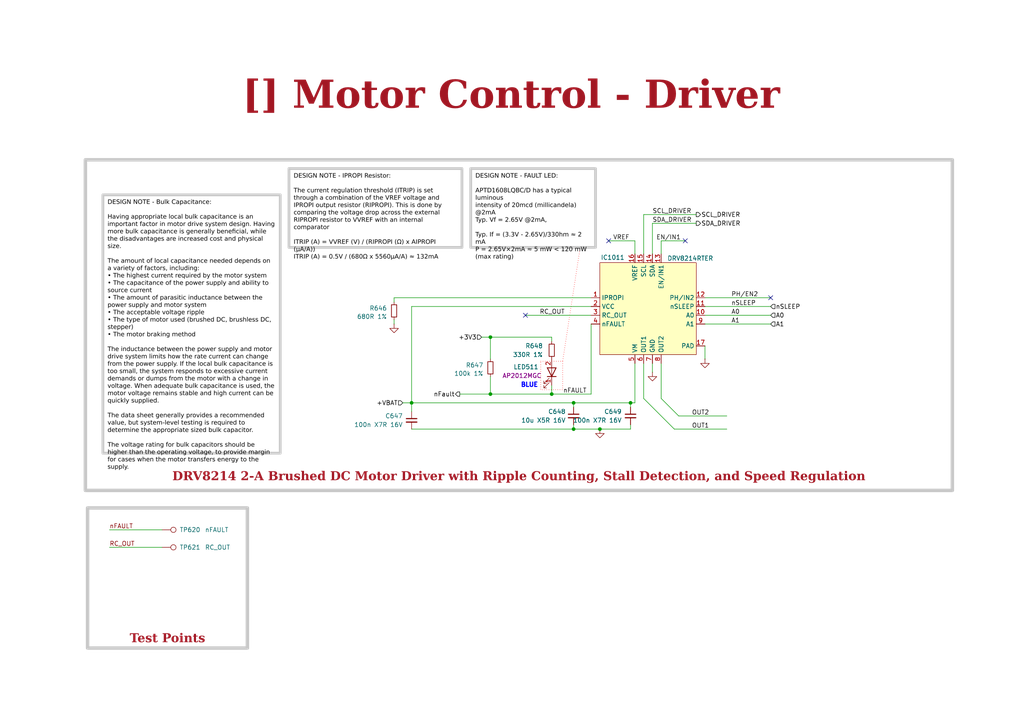
<source format=kicad_sch>
(kicad_sch (version 20250114) (generator "eeschema") (generator_version "9.0")
  (paper "A4")
  (title_block (title "Motor Control - Driver ") (date "2025-02-16") (rev "${REVISION}"))
  (lib_symbols
    (symbol "0_Plume:DRV8214RTER"
      (property "Reference" "IC" (at -13.208 13.716 0))
      (property "Value" "DRV8214RTER" (at 11.176 13.716 0))
      (symbol "DRV8214RTER_1_1"
        (rectangle (start -13.97 12.7) (end 13.97 -13.97) (fill (type background)))
        (pin passive line (at -16.51 2.54 0) (length 2.54) (name "IPROPI") (number "1"))
        (pin passive line (at -16.51 0 0) (length 2.54) (name "VCC") (number "2"))
        (pin passive line (at -16.51 -2.54 0) (length 2.54) (name "RC_OUT") (number "3"))
        (pin passive line (at -16.51 -5.08 0) (length 2.54) (name "nFAULT") (number "4"))
        (pin passive line (at -3.81 15.24 270) (length 2.54) (name "VREF") (number "16"))
        (pin passive line (at -3.81 -16.51 90) (length 2.54) (name "VM") (number "5"))
        (pin passive line (at -1.27 15.24 270) (length 2.54) (name "SCL") (number "15"))
        (pin passive line (at -1.27 -16.51 90) (length 2.54) (name "OUT1") (number "6"))
        (pin passive line (at 1.27 15.24 270) (length 2.54) (name "SDA") (number "14"))
        (pin passive line (at 1.27 -16.51 90) (length 2.54) (name "GND") (number "7"))
        (pin passive line (at 3.81 15.24 270) (length 2.54) (name "EN/IN1") (number "13"))
        (pin passive line (at 3.81 -16.51 90) (length 2.54) (name "OUT2") (number "8"))
        (pin passive line (at 16.51 2.54 180) (length 2.54) (name "PH/IN2") (number "12"))
        (pin passive line (at 16.51 0 180) (length 2.54) (name "nSLEEP") (number "11"))
        (pin passive line (at 16.51 -2.54 180) (length 2.54) (name "A0") (number "10"))
        (pin passive line (at 16.51 -5.08 180) (length 2.54) (name "A1") (number "9"))
        (pin passive line (at 16.51 -11.43 180) (length 2.54) (name "PAD") (number "17"))
      )
    )
    (symbol "Charge_Manager_SYM:SM1206SRC" (pin_names (hide yes))
      (property "Reference" "LED601" (at 8.89 -3.81 90))
      (property "Value" "SM1206SRC" (at 6.35 -3.81 90))
      (symbol "SM1206SRC_0_1"
        (polyline (pts (xy -1.778 -0.762) (xy -3.302 -2.286) (xy -2.54 -2.286) (xy -3.302 -2.286) (xy -3.302 -1.524)))
        (polyline (pts (xy -0.508 -0.762) (xy -2.032 -2.286) (xy -1.27 -2.286) (xy -2.032 -2.286) (xy -2.032 -1.524)))
        (polyline (pts (xy 0 0) (xy 2.54 0)))
        (polyline (pts (xy 0 -1.27) (xy 0 1.27)) (stroke (width 0.254)))
        (polyline (pts (xy 2.54 -1.27) (xy 2.54 1.27) (xy 0 0) (xy 2.54 -1.27)) (stroke (width 0.254)))
      )
      (symbol "SM1206SRC_1_1"
        (pin passive line (at -2.54 0 0) (length 2.54) (name "K") (number "1"))
        (pin passive line (at 5.08 0 180) (length 2.54) (name "A") (number "2"))
      )
    )
    (symbol "Connector:TestPoint" (pin_numbers (hide yes)) (pin_names (offset 0.762) (hide yes))
      (property "Reference" "TP" (at 0 6.858 0))
      (property "Value" "TestPoint" (at 0 5.08 0))
      (symbol "TestPoint_0_1"
        (circle (center 0 3.302) (radius 0.762))
      )
      (symbol "TestPoint_1_1"
        (pin passive line (at 0 0 90) (length 2.54) (name "1") (number "1"))
      )
    )
    (symbol "Device:C_Small" (pin_numbers (hide yes)) (pin_names (offset 0.254) (hide yes))
      (property "Reference" "C" (at 0.254 1.778 0))
      (property "Value" "C_Small" (at 0.254 -2.032 0))
      (symbol "C_Small_0_1"
        (polyline (pts (xy -1.524 0.508) (xy 1.524 0.508)) (stroke (width 0.3048)))
        (polyline (pts (xy -1.524 -0.508) (xy 1.524 -0.508)) (stroke (width 0.3302)))
      )
      (symbol "C_Small_1_1"
        (pin passive line (at 0 2.54 270) (length 2.032) (name "~") (number "1"))
        (pin passive line (at 0 -2.54 90) (length 2.032) (name "~") (number "2"))
      )
    )
    (symbol "Device:R_Small" (pin_numbers (hide yes)) (pin_names (offset 0.254) (hide yes))
      (property "Reference" "R" (at 0.762 0.508 0))
      (property "Value" "R_Small" (at 0.762 -1.016 0))
      (symbol "R_Small_0_1"
        (rectangle (start -0.762 1.778) (end 0.762 -1.778) (stroke (width 0.2032)))
      )
      (symbol "R_Small_1_1"
        (pin passive line (at 0 2.54 270) (length 0.762) (name "~") (number "1"))
        (pin passive line (at 0 -2.54 90) (length 0.762) (name "~") (number "2"))
      )
    )
    (symbol "power:GND" (power) (pin_numbers (hide yes)) (pin_names (offset 0) (hide yes))
      (property "Value" "GND" (at 0 -3.81 0))
      (symbol "GND_0_1"
        (polyline (pts (xy 0 0) (xy 0 -1.27) (xy 1.27 -1.27) (xy 0 -2.54) (xy -1.27 -1.27) (xy 0 -1.27)))
      )
      (symbol "GND_1_1"
        (pin power_in line (at 0 0 270) (length 0) (name "~") (number "1"))
      )
    )
  )
  (rectangle (start 24.765 46.355) (end 276.225 142.24) (stroke (width 1) (color 200 200 200 1)))
  (rectangle (start 25.4 147.32) (end 71.755 187.96) (stroke (width 1) (color 200 200 200 1)))
  (rectangle (start 156.845 104.775) (end 163.195 113.03) (stroke (width 0) (type dot) (color 255 0 0 1)))
  (text_box "Test Points" (at 24.765 179.07 0) (size 47.625 9.525) (margins 1.9049 1.9049 1.9049 1.9049) (stroke (width -0.0001)) (effects (font (size 2.54 2.54) (thickness 0.508) (bold yes)) (justify bottom)))
  (text_box "DESIGN NOTE - FAULT LED:\n\nAPTD1608LQBC/D has a typical luminous \nintensity of 20mcd (millicandela) @2mA\nTyp. Vf = 2.65V @2mA,\n\nTyp. If = (3.3V - 2.65V)/330hm ≈ 2 mA\nP = 2.65V×2mA ≈ 5 mW < 120 mW (max rating)" (at 136.525 48.895 0) (size 36.195 22.86) (margins 1.3525 1.3525 1.3525 1.3525) (stroke (width 0.8) (color 200 200 200 1)) (effects (font (size 1.27 1.27)) (justify left top)))
  (text_box "DRV8214 2-A Brushed DC Motor Driver with Ripple Counting, Stall Detection, and Speed Regulation" (at 24.765 132.08 0) (size 251.46 9.525) (margins 1.9049 1.9049 1.9049 1.9049) (stroke (width -0.0001)) (effects (font (size 2.54 2.54) (thickness 0.508) (bold yes)) (justify bottom)))
  (text_box "DESIGN NOTE - IPROPI Resistor:\n\nThe current regulation threshold (ITRIP) is set through a combination of the VREF voltage and IPROPI output resistor (RIPROPI). This is done by comparing the voltage drop across the external RIPROPI resistor to VVREF with an internal comparator\n\nITRIP (A) = VVREF (V) / (RIPROPI (Ω) x AIPROPI (μA/A))\nITRIP (A) = 0.5V / (680Ω x 5560μA/A) ≈ 132mA" (at 83.82 48.895 0) (size 50.165 22.86) (margins 1.3525 1.3525 1.3525 1.3525) (stroke (width 0.8) (color 200 200 200 1)) (effects (font (size 1.27 1.27)) (justify left top)))
  (text_box "DESIGN NOTE - Bulk Capacitance:\n\nHaving appropriate local bulk capacitance is an important factor in motor drive system design. Having more bulk capacitance is generally beneficial, while the disadvantages are increased cost and physical size.\n\nThe amount of local capacitance needed depends on a variety of factors, including:\n• The highest current required by the motor system\n• The capacitance of the power supply and ability to source current\n• The amount of parasitic inductance between the power supply and motor system\n• The acceptable voltage ripple\n• The type of motor used (brushed DC, brushless DC, stepper)\n• The motor braking method\n\nThe inductance between the power supply and motor drive system limits how the rate current can change from the power supply. If the local bulk capacitance is too small, the system responds to excessive current demands or dumps from the motor with a change in voltage. When adequate bulk capacitance is used, the motor voltage remains stable and high current can be quickly supplied.\n\nThe data sheet generally provides a recommended value, but system-level testing is required to determine the appropriate sized bulk capacitor.\n\nThe voltage rating for bulk capacitors should be higher than the operating voltage, to provide margin for cases when the motor transfers energy to the supply." (at 29.845 56.515 0) (size 51.435 74.93) (margins 1.3525 1.3525 1.3525 1.3525) (stroke (width 0.8) (color 200 200 200 1)) (effects (font (size 1.27 1.27)) (justify left top)))
  (text_box "[${#}] ${TITLE}${#}" (at 12.065 21.59 0) (size 272.415 12.7) (margins 5.9999 5.9999 5.9999 5.9999) (stroke (width -0.0001)) (effects (font (size 8 8) (thickness 1.2) (bold yes))))
  (junction (at 173.99 124.46))
  (junction (at 142.24 114.3))
  (junction (at 166.37 124.46))
  (junction (at 119.38 116.84))
  (junction (at 182.88 116.84))
  (junction (at 160.02 114.3))
  (junction (at 166.37 116.84))
  (junction (at 142.24 97.79))
  (no_connect (at 223.52 86.36))
  (no_connect (at 198.755 69.85))
  (no_connect (at 176.53 69.85))
  (no_connect (at 152.4 91.44))
  (wire (pts (xy 142.24 114.3) (xy 160.02 114.3)))
  (wire (pts (xy 142.24 109.22) (xy 142.24 114.3)))
  (wire (pts (xy 204.47 100.33) (xy 204.47 104.14)))
  (wire (pts (xy 186.69 105.41) (xy 186.69 115.57)))
  (wire (pts (xy 204.47 88.9) (xy 223.52 88.9)))
  (wire (pts (xy 31.75 158.75) (xy 46.99 158.75)))
  (wire (pts (xy 176.53 69.85) (xy 184.15 69.85)))
  (wire (pts (xy 119.38 116.84) (xy 119.38 119.38)))
  (wire (pts (xy 195.58 124.46) (xy 210.82 124.46)))
  (wire (pts (xy 182.88 116.84) (xy 182.88 118.11)))
  (wire (pts (xy 160.02 99.06) (xy 160.02 97.79)))
  (wire (pts (xy 166.37 116.84) (xy 182.88 116.84)))
  (wire (pts (xy 142.24 97.79) (xy 160.02 97.79)))
  (wire (pts (xy 189.23 105.41) (xy 189.23 107.95)))
  (wire (pts (xy 198.755 69.85) (xy 191.77 69.85)))
  (wire (pts (xy 171.45 114.3) (xy 171.45 93.98)))
  (wire (pts (xy 184.15 69.85) (xy 184.15 73.66)))
  (wire (pts (xy 186.69 62.23) (xy 201.93 62.23)))
  (wire (pts (xy 166.37 116.84) (xy 166.37 118.11)))
  (wire (pts (xy 119.38 124.46) (xy 166.37 124.46)))
  (wire (pts (xy 191.77 115.57) (xy 196.85 120.65)))
  (wire (pts (xy 171.45 91.44) (xy 152.4 91.44)))
  (polyline (pts (xy 168.275 71.755) (xy 163.195 104.775)) (stroke (width 0) (type dot) (color 255 0 0 1)))
  (wire (pts (xy 114.3 86.36) (xy 171.45 86.36)))
  (wire (pts (xy 142.24 97.79) (xy 142.24 104.14)))
  (wire (pts (xy 189.23 64.77) (xy 189.23 73.66)))
  (wire (pts (xy 139.7 97.79) (xy 142.24 97.79)))
  (wire (pts (xy 191.77 69.85) (xy 191.77 73.66)))
  (wire (pts (xy 204.47 93.98) (xy 223.52 93.98)))
  (wire (pts (xy 191.77 105.41) (xy 191.77 115.57)))
  (wire (pts (xy 201.93 64.77) (xy 189.23 64.77)))
  (wire (pts (xy 119.38 116.84) (xy 166.37 116.84)))
  (wire (pts (xy 196.85 120.65) (xy 210.82 120.65)))
  (wire (pts (xy 160.02 111.76) (xy 160.02 114.3)))
  (wire (pts (xy 182.88 116.84) (xy 184.15 116.84)))
  (wire (pts (xy 160.02 114.3) (xy 171.45 114.3)))
  (wire (pts (xy 133.35 114.3) (xy 142.24 114.3)))
  (wire (pts (xy 119.38 88.9) (xy 119.38 116.84)))
  (wire (pts (xy 182.88 124.46) (xy 182.88 123.19)))
  (wire (pts (xy 116.84 116.84) (xy 119.38 116.84)))
  (wire (pts (xy 204.47 91.44) (xy 223.52 91.44)))
  (wire (pts (xy 166.37 124.46) (xy 166.37 123.19)))
  (wire (pts (xy 114.3 92.71) (xy 114.3 93.98)))
  (wire (pts (xy 119.38 88.9) (xy 171.45 88.9)))
  (wire (pts (xy 204.47 86.36) (xy 223.52 86.36)))
  (wire (pts (xy 114.3 86.36) (xy 114.3 87.63)))
  (wire (pts (xy 166.37 124.46) (xy 173.99 124.46)))
  (wire (pts (xy 186.69 115.57) (xy 195.58 124.46)))
  (wire (pts (xy 173.99 124.46) (xy 182.88 124.46)))
  (wire (pts (xy 186.69 62.23) (xy 186.69 73.66)))
  (wire (pts (xy 31.75 153.67) (xy 46.99 153.67)))
  (wire (pts (xy 184.15 105.41) (xy 184.15 116.84)))
  (image (at 188.595 89.535) (scale 0.0527422))
  (label "PH{slash}EN2" (at 212.09 86.36 0))
  (label "nFAULT" (at 170.18 114.3 180))
  (label "SDA_DRIVER" (at 189.23 64.77 0))
  (label "VREF" (at 177.8 69.85 0))
  (label "nSLEEP" (at 212.09 88.9 0))
  (label "OUT1" (at 200.66 124.46 0))
  (label "SCL_DRIVER" (at 189.23 62.23 0))
  (label "RC_OUT" (at 163.83 91.44 180))
  (label "A1" (at 212.09 93.98 0))
  (label "RC_OUT" (at 31.75 158.75 0))
  (label "A0" (at 212.09 91.44 0))
  (label "nFAULT" (at 31.75 153.67 0))
  (label "OUT2" (at 200.66 120.65 0))
  (label "EN{slash}IN1" (at 197.485 69.85 180))
  (hierarchical_label "nSLEEP" (shape input) (at 223.52 88.9 0))
  (hierarchical_label "nFault" (shape output) (at 133.35 114.3 180))
  (hierarchical_label "SCL_DRIVER" (shape output) (at 201.93 62.23 0))
  (hierarchical_label "SDA_DRIVER" (shape output) (at 201.93 64.77 0))
  (hierarchical_label "+3V3" (shape input) (at 139.7 97.79 180))
  (hierarchical_label "A0" (shape input) (at 223.52 91.44 0))
  (hierarchical_label "A1" (shape input) (at 223.52 93.98 0))
  (hierarchical_label "+VBAT" (shape input) (at 116.84 116.84 180))
  (symbol (lib_id "Device:C_Small") (at 166.37 120.65 0) (unit 1)
    (property "Reference" "C622" (at 164.084 119.38 0) (effects (justify right)))
    (property "Value" "10u X5R 16V" (at 164.084 121.92 0) (effects (justify right)))
    (property "Footprint" "Capacitor_SMD:C_0603_1608Metric" (effects (hide yes)))
    (property "Datasheet" "https://www.mouser.ch/ProductDetail/Murata-Electronics/GRM188R61C106MAALD?qs=hNud%2FORuBR3LEOKZ4RJp9w%3D%3D" (effects (hide yes)))
    (property "Description" "Unpolarized capacitor" (effects (hide yes)))
    (property "Manufacturer" "Murata Electronics" (effects (hide yes)))
    (property "Manufacturer Part Number" "GRM188R61C106MAALD" (effects (hide yes)))
    (property "Supplier" "Mouser Electronics" (effects (hide yes)))
    (property "Supplier Part Number" "81-GRM188R61C106MALD" (effects (hide yes)))
    (instances (project "Plume" (path "" (reference "C648") (unit 1)) (path "" (reference "C651") (unit 1)) (path "" (reference "C654") (unit 1)) (path "" (reference "C636") (unit 1)) (path "" (reference "C663") (unit 1)) (path "" (reference "C622") (unit 1)) (path "" (reference "C642") (unit 1)) (path "" (reference "C627") (unit 1)) (path "" (reference "C657") (unit 1)) (path "" (reference "C669") (unit 1)) (path "" (reference "C660") (unit 1)) (path "" (reference "C633") (unit 1)) (path "" (reference "C645") (unit 1)) (path "" (reference "C666") (unit 1)) (path "" (reference "C639") (unit 1)) (path "" (reference "C630") (unit 1)) (path "" (reference "C623") (unit 1)) (path "" (reference "C672") (unit 1))))
  )
  (symbol (lib_id "Connector:TestPoint") (at 46.99 153.67 270) (mirror x) (unit 1) (in_bom no)
    (property "Reference" "TP602" (at 52.07 153.67 90) (effects (justify left)))
    (property "Value" "nFAULT" (at 59.436 153.67 90) (effects (justify left)))
    (property "Footprint" "0_Zenith:TestPoint_Pad_D0.5mm_Front" (effects (hide yes)))
    (property "Description" "test point" (effects (hide yes)))
    (instances (project "Plume" (path "" (reference "TP620") (unit 1)) (path "" (reference "TP622") (unit 1)) (path "" (reference "TP624") (unit 1)) (path "" (reference "TP612") (unit 1)) (path "" (reference "TP630") (unit 1)) (path "" (reference "TP602") (unit 1)) (path "" (reference "TP616") (unit 1)) (path "" (reference "TP606") (unit 1)) (path "" (reference "TP626") (unit 1)) (path "" (reference "TP634") (unit 1)) (path "" (reference "TP628") (unit 1)) (path "" (reference "TP610") (unit 1)) (path "" (reference "TP618") (unit 1)) (path "" (reference "TP632") (unit 1)) (path "" (reference "TP614") (unit 1)) (path "" (reference "TP608") (unit 1)) (path "" (reference "TP603") (unit 1)) (path "" (reference "TP636") (unit 1))))
  )
  (symbol (lib_id "0_Plume:DRV8214RTER") (at 187.96 88.9 0) (unit 1)
    (property "Reference" "IC1002" (at 174.244 74.676 0) (effects (justify left)))
    (property "Value" "DRV8214RTER" (at 193.548 74.93 0) (effects (justify left)))
    (property "Footprint" "Package_DFN_QFN:WQFN-16-1EP_3x3mm_P0.5mm_EP1.68x1.68mm_ThermalVias" (effects (hide yes)))
    (property "Datasheet" "https://www.ti.com/lit/ds/symlink/drv8214.pdf?ts=1743082368801" (effects (hide yes)))
    (property "Description" "2-A Brushed DC Motor Driver with Ripple Counting, Stall Detection, and Speed Regulation" (effects (hide yes)))
    (instances (project "Plume" (path "" (reference "IC1011") (unit 1)) (path "" (reference "IC1012") (unit 1)) (path "" (reference "IC1013") (unit 1)) (path "" (reference "IC1007") (unit 1)) (path "" (reference "IC1016") (unit 1)) (path "" (reference "IC1002") (unit 1)) (path "" (reference "IC1009") (unit 1)) (path "" (reference "IC1004") (unit 1)) (path "" (reference "IC1014") (unit 1)) (path "" (reference "IC1018") (unit 1)) (path "" (reference "IC1015") (unit 1)) (path "" (reference "IC1006") (unit 1)) (path "" (reference "IC1010") (unit 1)) (path "" (reference "IC1017") (unit 1)) (path "" (reference "IC1008") (unit 1)) (path "" (reference "IC1005") (unit 1)) (path "" (reference "IC1003") (unit 1)) (path "" (reference "IC1019") (unit 1))))
  )
  (symbol (lib_id "Connector:TestPoint") (at 46.99 158.75 270) (mirror x) (unit 1) (in_bom no)
    (property "Reference" "TP604" (at 52.07 158.75 90) (effects (justify left)))
    (property "Value" "RC_OUT" (at 59.436 158.75 90) (effects (justify left)))
    (property "Footprint" "0_Zenith:TestPoint_Pad_D0.5mm_Front" (effects (hide yes)))
    (property "Description" "test point" (effects (hide yes)))
    (instances (project "Plume" (path "" (reference "TP621") (unit 1)) (path "" (reference "TP623") (unit 1)) (path "" (reference "TP625") (unit 1)) (path "" (reference "TP613") (unit 1)) (path "" (reference "TP631") (unit 1)) (path "" (reference "TP604") (unit 1)) (path "" (reference "TP617") (unit 1)) (path "" (reference "TP607") (unit 1)) (path "" (reference "TP627") (unit 1)) (path "" (reference "TP635") (unit 1)) (path "" (reference "TP629") (unit 1)) (path "" (reference "TP611") (unit 1)) (path "" (reference "TP619") (unit 1)) (path "" (reference "TP633") (unit 1)) (path "" (reference "TP615") (unit 1)) (path "" (reference "TP609") (unit 1)) (path "" (reference "TP605") (unit 1)) (path "" (reference "TP637") (unit 1))))
  )
  (symbol (lib_id "Device:R_Small") (at 142.24 106.68 0) (unit 1)
    (property "Reference" "R623" (at 140.208 105.918 0) (effects (justify right)))
    (property "Value" "100k 1%" (at 140.208 108.331 0) (effects (justify right)))
    (property "Footprint" "Resistor_SMD:R_0402_1005Metric" (effects (hide yes)))
    (property "Datasheet" "https://www.mouser.ch/ProductDetail/Panasonic/ERJ-2RKF1003X?qs=H7k1u0Mp9JQnXoBKdf15Qg%3D%3D&utm_id=9873308309&utm_source=google&utm_medium=cpc&utm_marketing_tactic=emeacorp&gad_source=1&gbraid=0AAAAADn_wf3ug0UXYvYZGGeVkpnwzKIx2&gclid=CjwKCAjw7pO_BhAlEiwA4pMQvN26O09RJza20J-tNmeCWzVs5ziPoEm0EaMPJxUJNGkJ9vP3fDT5GRoCNbIQAvD_BwE" (effects (hide yes)))
    (property "Description" "Resistor" (effects (hide yes)))
    (property "Supplier" "Mouser Electronics" (effects (hide yes)))
    (property "Manufacturer" "Panasonic" (effects (hide yes)))
    (property "Manufacturer Part Number" "ERJ-2RKF1003X" (effects (hide yes)))
    (property "Supplier Part Number" "667-ERJ-2RKF1003X" (effects (hide yes)))
    (instances (project "Plume" (path "" (reference "R647") (unit 1)) (path "" (reference "R650") (unit 1)) (path "" (reference "R653") (unit 1)) (path "" (reference "R635") (unit 1)) (path "" (reference "R662") (unit 1)) (path "" (reference "R623") (unit 1)) (path "" (reference "R641") (unit 1)) (path "" (reference "R626") (unit 1)) (path "" (reference "R656") (unit 1)) (path "" (reference "R668") (unit 1)) (path "" (reference "R659") (unit 1)) (path "" (reference "R632") (unit 1)) (path "" (reference "R644") (unit 1)) (path "" (reference "R665") (unit 1)) (path "" (reference "R638") (unit 1)) (path "" (reference "R629") (unit 1)) (path "" (reference "R624") (unit 1)) (path "" (reference "R671") (unit 1))))
  )
  (symbol (lib_id "Device:R_Small") (at 114.3 90.17 0) (unit 1)
    (property "Reference" "R619" (at 112.268 89.408 0) (effects (justify right)))
    (property "Value" "680R 1%" (at 112.268 91.821 0) (effects (justify right)))
    (property "Footprint" "Resistor_SMD:R_0402_1005Metric" (effects (hide yes)))
    (property "Datasheet" "https://www.mouser.ch/ProductDetail/Panasonic/ERJ-2RKF1003X?qs=H7k1u0Mp9JQnXoBKdf15Qg%3D%3D&utm_id=9873308309&utm_source=google&utm_medium=cpc&utm_marketing_tactic=emeacorp&gad_source=1&gbraid=0AAAAADn_wf3ug0UXYvYZGGeVkpnwzKIx2&gclid=CjwKCAjw7pO_BhAlEiwA4pMQvN26O09RJza20J-tNmeCWzVs5ziPoEm0EaMPJxUJNGkJ9vP3fDT5GRoCNbIQAvD_BwE" (effects (hide yes)))
    (property "Description" "Resistor" (effects (hide yes)))
    (property "Supplier" "Mouser Electronics" (effects (hide yes)))
    (property "Manufacturer" "Panasonic" (effects (hide yes)))
    (property "Manufacturer Part Number" "ERJ-2RKF1003X" (effects (hide yes)))
    (property "Supplier Part Number" "667-ERJ-2RKF1003X" (effects (hide yes)))
    (instances (project "Plume" (path "" (reference "R646") (unit 1)) (path "" (reference "R649") (unit 1)) (path "" (reference "R652") (unit 1)) (path "" (reference "R634") (unit 1)) (path "" (reference "R661") (unit 1)) (path "" (reference "R619") (unit 1)) (path "" (reference "R640") (unit 1)) (path "" (reference "R625") (unit 1)) (path "" (reference "R655") (unit 1)) (path "" (reference "R667") (unit 1)) (path "" (reference "R658") (unit 1)) (path "" (reference "R631") (unit 1)) (path "" (reference "R643") (unit 1)) (path "" (reference "R664") (unit 1)) (path "" (reference "R637") (unit 1)) (path "" (reference "R628") (unit 1)) (path "" (reference "R620") (unit 1)) (path "" (reference "R670") (unit 1))))
  )
  (symbol (lib_id "Device:C_Small") (at 182.88 120.65 0) (mirror y) (unit 1)
    (property "Reference" "C620" (at 180.34 119.38 0) (effects (justify left)))
    (property "Value" "100n X7R 16V" (at 180.34 121.92 0) (effects (justify left)))
    (property "Footprint" "Capacitor_SMD:C_0402_1005Metric" (effects (hide yes)))
    (property "Datasheet" "https://www.mouser.ch/ProductDetail/Samsung-Electro-Mechanics/CL05B104KO5VPNC?qs=SRYZG9HaIQ0dGqjRr5dbew%3D%3D&srsltid=AfmBOopjHQwv3QSXf_w3_Ogf1nZFnivKZ-jQ4-9snVp7pU9kKH2s_vpO" (effects (hide yes)))
    (property "Description" "Unpolarized capacitor" (effects (hide yes)))
    (property "Manufacturer Part Number" "CL05B104KO5VPNC" (effects (hide yes)))
    (property "Supplier" "Mouser Electronics" (effects (hide yes)))
    (property "Manufacturer" "Samsung Electro-Mechanics" (effects (hide yes)))
    (property "Supplier Part Number" "187-CL05B104KO5VPNC" (effects (hide yes)))
    (instances (project "Plume" (path "" (reference "C649") (unit 1)) (path "" (reference "C652") (unit 1)) (path "" (reference "C655") (unit 1)) (path "" (reference "C637") (unit 1)) (path "" (reference "C664") (unit 1)) (path "" (reference "C620") (unit 1)) (path "" (reference "C643") (unit 1)) (path "" (reference "C628") (unit 1)) (path "" (reference "C658") (unit 1)) (path "" (reference "C670") (unit 1)) (path "" (reference "C661") (unit 1)) (path "" (reference "C634") (unit 1)) (path "" (reference "C646") (unit 1)) (path "" (reference "C667") (unit 1)) (path "" (reference "C640") (unit 1)) (path "" (reference "C631") (unit 1)) (path "" (reference "C621") (unit 1)) (path "" (reference "C673") (unit 1))))
  )
  (symbol (lib_id "power:GND") (at 173.99 124.46 0) (unit 1)
    (property "Reference" "#PWR0622" (effects (hide yes)))
    (property "Value" "GND" (effects (hide yes)))
    (property "Description" "Power symbol creates a global label with name \"GND\" , ground" (effects (hide yes)))
    (instances (project "Plume" (path "" (reference "#PWR0663") (unit 1)) (path "" (reference "#PWR0667") (unit 1)) (path "" (reference "#PWR0671") (unit 1)) (path "" (reference "#PWR0641") (unit 1)) (path "" (reference "#PWR0683") (unit 1)) (path "" (reference "#PWR0622") (unit 1)) (path "" (reference "#PWR0649") (unit 1)) (path "" (reference "#PWR0628") (unit 1)) (path "" (reference "#PWR0675") (unit 1)) (path "" (reference "#PWR0691") (unit 1)) (path "" (reference "#PWR0679") (unit 1)) (path "" (reference "#PWR0637") (unit 1)) (path "" (reference "#PWR0654") (unit 1)) (path "" (reference "#PWR0687") (unit 1)) (path "" (reference "#PWR0645") (unit 1)) (path "" (reference "#PWR0633") (unit 1)) (path "" (reference "#PWR0623") (unit 1)) (path "" (reference "#PWR0695") (unit 1))))
  )
  (symbol (lib_id "Device:R_Small") (at 160.02 101.6 0) (unit 1)
    (property "Reference" "R621" (at 157.48 100.33 0) (effects (justify right)))
    (property "Value" "330R 1%" (at 157.48 102.87 0) (effects (justify right)))
    (property "Description" "Resistor" (effects (hide yes)))
    (instances (project "Plume" (path "" (reference "R648") (unit 1)) (path "" (reference "R651") (unit 1)) (path "" (reference "R654") (unit 1)) (path "" (reference "R636") (unit 1)) (path "" (reference "R663") (unit 1)) (path "" (reference "R621") (unit 1)) (path "" (reference "R642") (unit 1)) (path "" (reference "R627") (unit 1)) (path "" (reference "R657") (unit 1)) (path "" (reference "R669") (unit 1)) (path "" (reference "R660") (unit 1)) (path "" (reference "R633") (unit 1)) (path "" (reference "R645") (unit 1)) (path "" (reference "R666") (unit 1)) (path "" (reference "R639") (unit 1)) (path "" (reference "R630") (unit 1)) (path "" (reference "R622") (unit 1)) (path "" (reference "R672") (unit 1))))
  )
  (symbol (lib_id "Device:C_Small") (at 119.38 121.92 0) (mirror y) (unit 1)
    (property "Reference" "C624" (at 116.84 120.65 0) (effects (justify left)))
    (property "Value" "100n X7R 16V" (at 116.84 123.19 0) (effects (justify left)))
    (property "Footprint" "Capacitor_SMD:C_0402_1005Metric" (effects (hide yes)))
    (property "Datasheet" "https://www.mouser.ch/ProductDetail/Samsung-Electro-Mechanics/CL05B104KO5VPNC?qs=SRYZG9HaIQ0dGqjRr5dbew%3D%3D&srsltid=AfmBOopjHQwv3QSXf_w3_Ogf1nZFnivKZ-jQ4-9snVp7pU9kKH2s_vpO" (effects (hide yes)))
    (property "Description" "Unpolarized capacitor" (effects (hide yes)))
    (property "Manufacturer Part Number" "CL05B104KO5VPNC" (effects (hide yes)))
    (property "Supplier" "Mouser Electronics" (effects (hide yes)))
    (property "Manufacturer" "Samsung Electro-Mechanics" (effects (hide yes)))
    (property "Supplier Part Number" "187-CL05B104KO5VPNC" (effects (hide yes)))
    (instances (project "Plume" (path "" (reference "C647") (unit 1)) (path "" (reference "C650") (unit 1)) (path "" (reference "C653") (unit 1)) (path "" (reference "C635") (unit 1)) (path "" (reference "C662") (unit 1)) (path "" (reference "C624") (unit 1)) (path "" (reference "C641") (unit 1)) (path "" (reference "C626") (unit 1)) (path "" (reference "C656") (unit 1)) (path "" (reference "C668") (unit 1)) (path "" (reference "C659") (unit 1)) (path "" (reference "C632") (unit 1)) (path "" (reference "C644") (unit 1)) (path "" (reference "C665") (unit 1)) (path "" (reference "C638") (unit 1)) (path "" (reference "C629") (unit 1)) (path "" (reference "C625") (unit 1)) (path "" (reference "C671") (unit 1))))
  )
  (symbol (lib_id "power:GND") (at 114.3 93.98 0) (unit 1)
    (property "Reference" "#PWR0616" (effects (hide yes)))
    (property "Value" "GND" (effects (hide yes)))
    (property "Description" "Power symbol creates a global label with name \"GND\" , ground" (effects (hide yes)))
    (instances (project "Plume" (path "" (reference "#PWR0662") (unit 1)) (path "" (reference "#PWR0666") (unit 1)) (path "" (reference "#PWR0670") (unit 1)) (path "" (reference "#PWR0640") (unit 1)) (path "" (reference "#PWR0682") (unit 1)) (path "" (reference "#PWR0616") (unit 1)) (path "" (reference "#PWR0648") (unit 1)) (path "" (reference "#PWR0627") (unit 1)) (path "" (reference "#PWR0674") (unit 1)) (path "" (reference "#PWR0690") (unit 1)) (path "" (reference "#PWR0678") (unit 1)) (path "" (reference "#PWR0636") (unit 1)) (path "" (reference "#PWR0653") (unit 1)) (path "" (reference "#PWR0686") (unit 1)) (path "" (reference "#PWR0644") (unit 1)) (path "" (reference "#PWR0632") (unit 1)) (path "" (reference "#PWR0617") (unit 1)) (path "" (reference "#PWR0694") (unit 1))))
  )
  (symbol (lib_id "power:GND") (at 204.47 104.14 0) (unit 1)
    (property "Reference" "#PWR0620" (effects (hide yes)))
    (property "Value" "GND" (effects (hide yes)))
    (property "Description" "Power symbol creates a global label with name \"GND\" , ground" (effects (hide yes)))
    (instances (project "Plume" (path "" (reference "#PWR0665") (unit 1)) (path "" (reference "#PWR0669") (unit 1)) (path "" (reference "#PWR0673") (unit 1)) (path "" (reference "#PWR0643") (unit 1)) (path "" (reference "#PWR0685") (unit 1)) (path "" (reference "#PWR0620") (unit 1)) (path "" (reference "#PWR0651") (unit 1)) (path "" (reference "#PWR0630") (unit 1)) (path "" (reference "#PWR0677") (unit 1)) (path "" (reference "#PWR0693") (unit 1)) (path "" (reference "#PWR0681") (unit 1)) (path "" (reference "#PWR0639") (unit 1)) (path "" (reference "#PWR0656") (unit 1)) (path "" (reference "#PWR0689") (unit 1)) (path "" (reference "#PWR0647") (unit 1)) (path "" (reference "#PWR0635") (unit 1)) (path "" (reference "#PWR0625") (unit 1)) (path "" (reference "#PWR0697") (unit 1))))
  )
  (symbol (lib_id "power:GND") (at 189.23 107.95 0) (unit 1)
    (property "Reference" "#PWR0618" (effects (hide yes)))
    (property "Value" "GND" (effects (hide yes)))
    (property "Description" "Power symbol creates a global label with name \"GND\" , ground" (effects (hide yes)))
    (instances (project "Plume" (path "" (reference "#PWR0664") (unit 1)) (path "" (reference "#PWR0668") (unit 1)) (path "" (reference "#PWR0672") (unit 1)) (path "" (reference "#PWR0642") (unit 1)) (path "" (reference "#PWR0684") (unit 1)) (path "" (reference "#PWR0618") (unit 1)) (path "" (reference "#PWR0650") (unit 1)) (path "" (reference "#PWR0629") (unit 1)) (path "" (reference "#PWR0676") (unit 1)) (path "" (reference "#PWR0692") (unit 1)) (path "" (reference "#PWR0680") (unit 1)) (path "" (reference "#PWR0638") (unit 1)) (path "" (reference "#PWR0655") (unit 1)) (path "" (reference "#PWR0688") (unit 1)) (path "" (reference "#PWR0646") (unit 1)) (path "" (reference "#PWR0634") (unit 1)) (path "" (reference "#PWR0624") (unit 1)) (path "" (reference "#PWR0696") (unit 1))))
  )
  (symbol (lib_id "Charge_Manager_SYM:SM1206SRC") (at 160.02 109.22 270) (mirror x) (unit 1)
    (property "Reference" "LED502" (at 156.21 106.426 90) (effects (justify right)))
    (property "Value" "BLUE" (at 156.21 111.506 90) (effects (font (thickness 0.254) (bold yes)) (justify right)))
    (property "Footprint" "Charge_Manager_FP:KingBright_LED_0805" (effects (hide yes)))
    (property "Datasheet" "https://www.mouser.ch/datasheet/2/216/AP2012MGC-33968.pdf" (effects (hide yes)))
    (property "Description" "Standard LEDs - SMD GRN WATER CLEAR 0805" (effects (hide yes)))
    (property "Manufacturer Part Number" "AP2012MGC" (at 151.384 108.966 90))
    (property "Manufacturer" "Kingbright" (effects (hide yes)))
    (property "Supplier Part Number" "604-AP2012MGC" (effects (hide yes)))
    (property "Supplier" "Mouser Electronics" (effects (hide yes)))
    (instances (project "Plume" (path "" (reference "LED511") (unit 1)) (path "" (reference "LED512") (unit 1)) (path "" (reference "LED513") (unit 1)) (path "" (reference "LED507") (unit 1)) (path "" (reference "LED516") (unit 1)) (path "" (reference "LED502") (unit 1)) (path "" (reference "LED509") (unit 1)) (path "" (reference "LED504") (unit 1)) (path "" (reference "LED514") (unit 1)) (path "" (reference "LED518") (unit 1)) (path "" (reference "LED515") (unit 1)) (path "" (reference "LED506") (unit 1)) (path "" (reference "LED510") (unit 1)) (path "" (reference "LED517") (unit 1)) (path "" (reference "LED508") (unit 1)) (path "" (reference "LED505") (unit 1)) (path "" (reference "LED503") (unit 1)) (path "" (reference "LED519") (unit 1))))
  )
)
</source>
